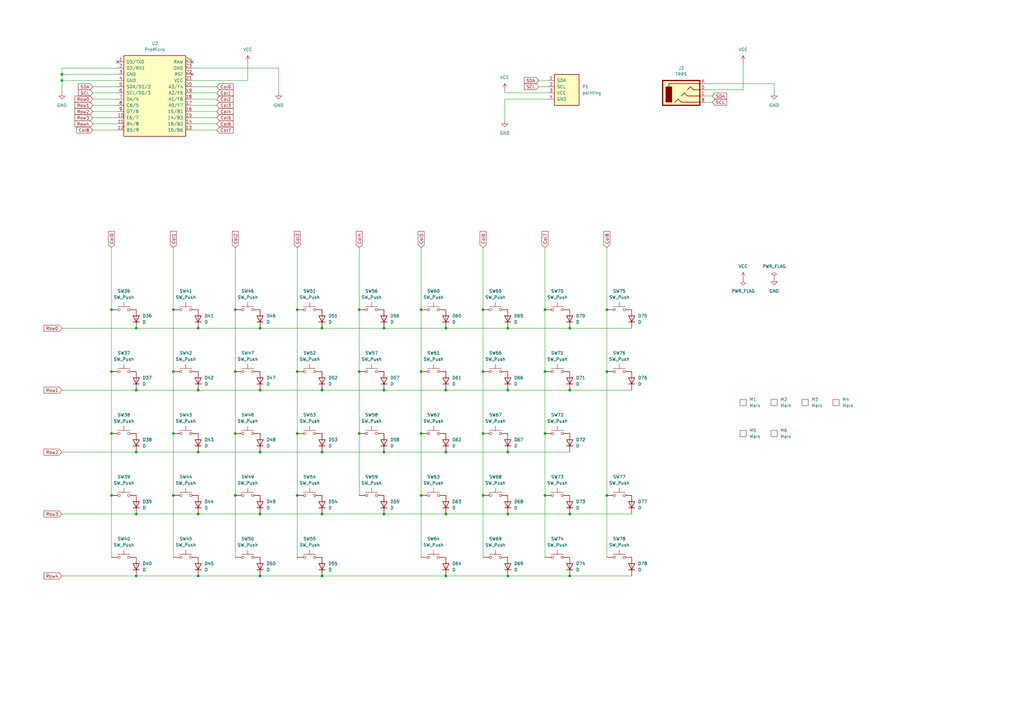
<source format=kicad_sch>
(kicad_sch (version 20231120) (generator "eeschema") (generator_version "8.0")
  (paper "A3")
  (lib_symbols
    (symbol "BrownSugar_KBD:Mark" (pin_numbers hide) (pin_names (offset 0) hide)
      (property "Reference" "M" (at 0 3.81 0))
      (property "Value" "Mark" (at 0 2.54 0))
      (symbol "Mark_0_1"
        (rectangle (start -1.27 1.27) (end 1.27 -1.27))
      )
    )
    (symbol "BrownSugar_KBD:OLED" (pin_names (offset 1.016))
      (property "Reference" "OL" (at 0 7.62 0))
      (property "Value" "OLED" (at 0 -7.62 0))
      (symbol "OLED_0_1"
        (rectangle (start -5.08 6.35) (end 5.08 -6.35) (stroke (width 0.254)) (fill (type background)))
      )
      (symbol "OLED_1_1"
        (pin bidirectional line (at -7.62 3.81 0) (length 2.54) (name "SDA") (number "1"))
        (pin bidirectional line (at -7.62 1.27 0) (length 2.54) (name "SCL") (number "2"))
        (pin power_in line (at -7.62 -1.27 0) (length 2.54) (name "VCC") (number "3"))
        (pin power_in line (at -7.62 -3.81 0) (length 2.54) (name "GND") (number "4"))
      )
    )
    (symbol "BrownSugar_KBD:ProMicro" (pin_names (offset 1.016))
      (property "Reference" "U" (at 0 17.78 0))
      (property "Value" "ProMicro" (at 0 -17.78 0))
      (symbol "ProMicro_0_1"
        (rectangle (start -12.7 16.51) (end 12.7 -16.51) (stroke (width 0.254)) (fill (type background)))
      )
      (symbol "ProMicro_1_1"
        (pin bidirectional line (at -15.24 13.97 0) (length 2.54) (name "D3/TX0") (number "1"))
        (pin bidirectional line (at -15.24 -8.89 0) (length 2.54) (name "E6/7") (number "10"))
        (pin bidirectional line (at -15.24 -11.43 0) (length 2.54) (name "B4/8") (number "11"))
        (pin bidirectional line (at -15.24 -13.97 0) (length 2.54) (name "B5/9") (number "12"))
        (pin bidirectional line (at 15.24 -13.97 180) (length 2.54) (name "10/B6") (number "13"))
        (pin bidirectional line (at 15.24 -11.43 180) (length 2.54) (name "16/B2") (number "14"))
        (pin bidirectional line (at 15.24 -8.89 180) (length 2.54) (name "14/B3") (number "15"))
        (pin bidirectional line (at 15.24 -6.35 180) (length 2.54) (name "15/B1") (number "16"))
        (pin bidirectional line (at 15.24 -3.81 180) (length 2.54) (name "A0/F7") (number "17"))
        (pin bidirectional line (at 15.24 -1.27 180) (length 2.54) (name "A1/F6") (number "18"))
        (pin bidirectional line (at 15.24 1.27 180) (length 2.54) (name "A2/F5") (number "19"))
        (pin bidirectional line (at -15.24 11.43 0) (length 2.54) (name "D2/RX1") (number "2"))
        (pin bidirectional line (at 15.24 3.81 180) (length 2.54) (name "A3/F4") (number "20"))
        (pin power_in line (at 15.24 6.35 180) (length 2.54) (name "VCC") (number "21"))
        (pin input line (at 15.24 8.89 180) (length 2.54) (name "RST") (number "22"))
        (pin power_in line (at 15.24 11.43 180) (length 2.54) (name "GND") (number "23"))
        (pin power_in line (at 15.24 13.97 180) (length 2.54) (name "RAW") (number "24"))
        (pin power_in line (at -15.24 8.89 0) (length 2.54) (name "GND") (number "3"))
        (pin power_in line (at -15.24 6.35 0) (length 2.54) (name "GND") (number "4"))
        (pin bidirectional line (at -15.24 3.81 0) (length 2.54) (name "SDA/D1/2") (number "5"))
        (pin bidirectional line (at -15.24 1.27 0) (length 2.54) (name "SCL/D0/3") (number "6"))
        (pin bidirectional line (at -15.24 -1.27 0) (length 2.54) (name "D4/4") (number "7"))
        (pin bidirectional line (at -15.24 -3.81 0) (length 2.54) (name "C6/5") (number "8"))
        (pin bidirectional line (at -15.24 -6.35 0) (length 2.54) (name "D7/6") (number "9"))
      )
    )
    (symbol "BrownSugar_KBD:TRRS" (pin_names (offset 1.016))
      (property "Reference" "J" (at 0 8.89 0))
      (property "Value" "TRRS" (at 0 6.35 0))
      (symbol "TRRS_0_1"
        (rectangle (start -7.62 5.08) (end 7.62 -5.08) (stroke (width 0.508)) (fill (type background)))
        (rectangle (start -6.35 2.54) (end -3.81 -3.81) (stroke (width 0.127)) (fill (type outline)))
        (polyline (pts (xy 7.62 3.81) (xy -5.08 3.81) (xy -5.08 2.54)) (stroke (width 0.254)))
        (polyline (pts (xy 7.62 -3.81) (xy 0 -3.81) (xy -1.27 -2.54) (xy -2.54 -3.81)) (stroke (width 0.254)))
        (polyline (pts (xy 7.62 -1.27) (xy 2.54 -1.27) (xy 1.27 0) (xy 0 -1.27)) (stroke (width 0.254)))
        (polyline (pts (xy 7.62 1.27) (xy 5.08 1.27) (xy 3.81 2.54) (xy 2.54 1.27)) (stroke (width 0.254)))
      )
      (symbol "TRRS_1_1"
        (pin bidirectional line (at 10.16 3.81 180) (length 2.54) (name "~") (number "A"))
        (pin bidirectional line (at 10.16 -3.81 180) (length 2.54) (name "~") (number "B"))
        (pin bidirectional line (at 10.16 -1.27 180) (length 2.54) (name "~") (number "C"))
        (pin bidirectional line (at 10.16 1.27 180) (length 2.54) (name "~") (number "D"))
      )
    )
    (symbol "Device:D" (pin_numbers hide) (pin_names (offset 1.016) hide)
      (property "Reference" "D" (at 0 2.54 0))
      (property "Value" "D" (at 0 -2.54 0))
      (symbol "D_0_1"
        (polyline (pts (xy -1.27 1.27) (xy -1.27 -1.27)) (stroke (width 0.254)))
        (polyline (pts (xy 1.27 0) (xy -1.27 0)))
        (polyline (pts (xy 1.27 1.27) (xy 1.27 -1.27) (xy -1.27 0) (xy 1.27 1.27)) (stroke (width 0.254)))
      )
      (symbol "D_1_1"
        (pin passive line (at -3.81 0 0) (length 2.54) (name "K") (number "1"))
        (pin passive line (at 3.81 0 180) (length 2.54) (name "A") (number "2"))
      )
    )
    (symbol "Switch:SW_Push" (pin_numbers hide) (pin_names (offset 1.016) hide)
      (property "Reference" "SW" (at 1.27 2.54 0))
      (property "Value" "SW_Push" (at 0 -1.524 0))
      (symbol "SW_Push_0_1"
        (circle (center -2.032 0) (radius 0.508))
        (polyline (pts (xy 0 1.27) (xy 0 3.048)))
        (polyline (pts (xy 2.54 1.27) (xy -2.54 1.27)))
        (circle (center 2.032 0) (radius 0.508))
        (pin passive line (at -5.08 0 0) (length 2.54) (name "1") (number "1"))
        (pin passive line (at 5.08 0 180) (length 2.54) (name "2") (number "2"))
      )
    )
    (symbol "power:GND" (power) (pin_numbers hide) (pin_names (offset 0) hide)
      (property "Value" "GND" (at 0 -3.81 0))
      (symbol "GND_0_1"
        (polyline (pts (xy 0 0) (xy 0 -1.27) (xy 1.27 -1.27) (xy 0 -2.54) (xy -1.27 -1.27) (xy 0 -1.27)))
      )
      (symbol "GND_1_1"
        (pin power_in line (at 0 0 270) (length 0) (name "~") (number "1"))
      )
    )
    (symbol "power:PWR_FLAG" (power) (pin_numbers hide) (pin_names (offset 0) hide)
      (property "Value" "PWR_FLAG" (at 0 3.81 0))
      (symbol "PWR_FLAG_0_0"
        (pin power_out line (at 0 0 90) (length 0) (name "~") (number "1"))
      )
      (symbol "PWR_FLAG_0_1"
        (polyline (pts (xy 0 0) (xy 0 1.27) (xy -1.016 1.905) (xy 0 2.54) (xy 1.016 1.905) (xy 0 1.27)))
      )
    )
    (symbol "power:VCC" (power) (pin_numbers hide) (pin_names (offset 0) hide)
      (property "Value" "VCC" (at 0 3.556 0))
      (symbol "VCC_0_1"
        (polyline (pts (xy -0.762 1.27) (xy 0 2.54)))
        (polyline (pts (xy 0 0) (xy 0 2.54)))
        (polyline (pts (xy 0 2.54) (xy 0.762 1.27)))
      )
      (symbol "VCC_1_1"
        (pin power_in line (at 0 0 90) (length 0) (name "~") (number "1"))
      )
    )
  )
  (junction (at 172.72 127))
  (junction (at 132.08 210.82))
  (junction (at 71.12 203.2))
  (junction (at 132.08 236.22))
  (junction (at 121.92 127))
  (junction (at 172.72 152.4))
  (junction (at 55.88 160.02))
  (junction (at 25.4 30.48))
  (junction (at 157.48 185.42))
  (junction (at 55.88 236.22))
  (junction (at 182.88 160.02))
  (junction (at 106.68 134.62))
  (junction (at 157.48 134.62))
  (junction (at 248.92 152.4))
  (junction (at 96.52 127))
  (junction (at 223.52 127))
  (junction (at 96.52 177.8))
  (junction (at 55.88 185.42))
  (junction (at 223.52 152.4))
  (junction (at 182.88 236.22))
  (junction (at 248.92 203.2))
  (junction (at 71.12 152.4))
  (junction (at 81.28 160.02))
  (junction (at 208.28 210.82))
  (junction (at 121.92 203.2))
  (junction (at 182.88 185.42))
  (junction (at 198.12 152.4))
  (junction (at 208.28 185.42))
  (junction (at 223.52 203.2))
  (junction (at 106.68 210.82))
  (junction (at 208.28 160.02))
  (junction (at 248.92 127))
  (junction (at 81.28 210.82))
  (junction (at 121.92 152.4))
  (junction (at 106.68 160.02))
  (junction (at 208.28 236.22))
  (junction (at 147.32 152.4))
  (junction (at 198.12 203.2))
  (junction (at 132.08 185.42))
  (junction (at 223.52 177.8))
  (junction (at 182.88 210.82))
  (junction (at 71.12 177.8))
  (junction (at 71.12 127))
  (junction (at 55.88 210.82))
  (junction (at 233.68 134.62))
  (junction (at 81.28 185.42))
  (junction (at 198.12 177.8))
  (junction (at 132.08 134.62))
  (junction (at 147.32 177.8))
  (junction (at 172.72 177.8))
  (junction (at 81.28 236.22))
  (junction (at 132.08 160.02))
  (junction (at 96.52 203.2))
  (junction (at 157.48 210.82))
  (junction (at 233.68 236.22))
  (junction (at 182.88 134.62))
  (junction (at 45.72 152.4))
  (junction (at 172.72 203.2))
  (junction (at 96.52 152.4))
  (junction (at 106.68 185.42))
  (junction (at 233.68 210.82))
  (junction (at 25.4 33.02))
  (junction (at 45.72 127))
  (junction (at 147.32 127))
  (junction (at 45.72 177.8))
  (junction (at 81.28 134.62))
  (junction (at 208.28 134.62))
  (junction (at 106.68 236.22))
  (junction (at 198.12 127))
  (junction (at 55.88 134.62))
  (junction (at 157.48 160.02))
  (junction (at 121.92 177.8))
  (junction (at 45.72 203.2))
  (junction (at 233.68 160.02))
  (no_connect (at 48.26 25.4))
  (no_connect (at 78.74 30.48))
  (no_connect (at 78.74 25.4))
  (wire (pts (xy 45.72 101.6) (xy 45.72 127)))
  (wire (pts (xy 208.28 185.42) (xy 233.68 185.42)))
  (wire (pts (xy 25.4 210.82) (xy 55.88 210.82)))
  (wire (pts (xy 248.92 203.2) (xy 248.92 228.6)))
  (wire (pts (xy 38.1 38.1) (xy 48.26 38.1)))
  (wire (pts (xy 208.28 134.62) (xy 233.68 134.62)))
  (wire (pts (xy 198.12 203.2) (xy 198.12 228.6)))
  (wire (pts (xy 38.1 53.34) (xy 48.26 53.34)))
  (wire (pts (xy 25.4 160.02) (xy 55.88 160.02)))
  (wire (pts (xy 38.1 35.56) (xy 48.26 35.56)))
  (wire (pts (xy 101.6 33.02) (xy 101.6 25.4)))
  (wire (pts (xy 147.32 101.6) (xy 147.32 127)))
  (wire (pts (xy 78.74 38.1) (xy 88.9 38.1)))
  (wire (pts (xy 223.52 177.8) (xy 223.52 203.2)))
  (wire (pts (xy 289.56 36.83) (xy 304.8 36.83)))
  (wire (pts (xy 38.1 43.18) (xy 48.26 43.18)))
  (wire (pts (xy 182.88 134.62) (xy 208.28 134.62)))
  (wire (pts (xy 233.68 134.62) (xy 259.08 134.62)))
  (wire (pts (xy 96.52 203.2) (xy 96.52 228.6)))
  (wire (pts (xy 223.52 127) (xy 223.52 152.4)))
  (wire (pts (xy 207.01 40.64) (xy 224.79 40.64)))
  (wire (pts (xy 48.26 30.48) (xy 25.4 30.48)))
  (wire (pts (xy 121.92 127) (xy 121.92 152.4)))
  (wire (pts (xy 121.92 152.4) (xy 121.92 177.8)))
  (wire (pts (xy 207.01 38.1) (xy 224.79 38.1)))
  (wire (pts (xy 96.52 177.8) (xy 96.52 203.2)))
  (wire (pts (xy 71.12 101.6) (xy 71.12 127)))
  (wire (pts (xy 81.28 236.22) (xy 106.68 236.22)))
  (wire (pts (xy 198.12 152.4) (xy 198.12 177.8)))
  (wire (pts (xy 38.1 48.26) (xy 48.26 48.26)))
  (wire (pts (xy 78.74 50.8) (xy 88.9 50.8)))
  (wire (pts (xy 172.72 127) (xy 172.72 152.4)))
  (wire (pts (xy 25.4 185.42) (xy 55.88 185.42)))
  (wire (pts (xy 38.1 40.64) (xy 48.26 40.64)))
  (wire (pts (xy 78.74 48.26) (xy 88.9 48.26)))
  (wire (pts (xy 25.4 27.94) (xy 48.26 27.94)))
  (wire (pts (xy 289.56 34.29) (xy 317.5 34.29)))
  (wire (pts (xy 55.88 236.22) (xy 81.28 236.22)))
  (wire (pts (xy 71.12 203.2) (xy 71.12 228.6)))
  (wire (pts (xy 157.48 134.62) (xy 182.88 134.62)))
  (wire (pts (xy 114.3 27.94) (xy 114.3 38.1)))
  (wire (pts (xy 55.88 210.82) (xy 81.28 210.82)))
  (wire (pts (xy 38.1 45.72) (xy 48.26 45.72)))
  (wire (pts (xy 248.92 101.6) (xy 248.92 127)))
  (wire (pts (xy 96.52 152.4) (xy 96.52 177.8)))
  (wire (pts (xy 106.68 236.22) (xy 132.08 236.22)))
  (wire (pts (xy 45.72 127) (xy 45.72 152.4)))
  (wire (pts (xy 81.28 134.62) (xy 106.68 134.62)))
  (wire (pts (xy 157.48 160.02) (xy 182.88 160.02)))
  (wire (pts (xy 71.12 152.4) (xy 71.12 177.8)))
  (wire (pts (xy 45.72 203.2) (xy 45.72 228.6)))
  (wire (pts (xy 172.72 203.2) (xy 172.72 228.6)))
  (wire (pts (xy 198.12 101.6) (xy 198.12 127)))
  (wire (pts (xy 207.01 36.83) (xy 207.01 38.1)))
  (wire (pts (xy 55.88 185.42) (xy 81.28 185.42)))
  (wire (pts (xy 106.68 160.02) (xy 132.08 160.02)))
  (wire (pts (xy 208.28 160.02) (xy 233.68 160.02)))
  (wire (pts (xy 248.92 127) (xy 248.92 152.4)))
  (wire (pts (xy 48.26 33.02) (xy 25.4 33.02)))
  (wire (pts (xy 25.4 134.62) (xy 55.88 134.62)))
  (wire (pts (xy 78.74 35.56) (xy 88.9 35.56)))
  (wire (pts (xy 71.12 177.8) (xy 71.12 203.2)))
  (wire (pts (xy 147.32 127) (xy 147.32 152.4)))
  (wire (pts (xy 223.52 152.4) (xy 223.52 177.8)))
  (wire (pts (xy 78.74 53.34) (xy 88.9 53.34)))
  (wire (pts (xy 182.88 160.02) (xy 208.28 160.02)))
  (wire (pts (xy 157.48 185.42) (xy 182.88 185.42)))
  (wire (pts (xy 248.92 152.4) (xy 248.92 203.2)))
  (wire (pts (xy 304.8 36.83) (xy 304.8 25.4)))
  (wire (pts (xy 55.88 160.02) (xy 81.28 160.02)))
  (wire (pts (xy 78.74 40.64) (xy 88.9 40.64)))
  (wire (pts (xy 132.08 160.02) (xy 157.48 160.02)))
  (wire (pts (xy 38.1 50.8) (xy 48.26 50.8)))
  (wire (pts (xy 208.28 236.22) (xy 233.68 236.22)))
  (wire (pts (xy 182.88 185.42) (xy 208.28 185.42)))
  (wire (pts (xy 207.01 40.64) (xy 207.01 49.53)))
  (wire (pts (xy 317.5 34.29) (xy 317.5 38.1)))
  (wire (pts (xy 220.98 33.02) (xy 224.79 33.02)))
  (wire (pts (xy 233.68 160.02) (xy 259.08 160.02)))
  (wire (pts (xy 121.92 203.2) (xy 121.92 228.6)))
  (wire (pts (xy 182.88 236.22) (xy 208.28 236.22)))
  (wire (pts (xy 121.92 177.8) (xy 121.92 203.2)))
  (wire (pts (xy 233.68 236.22) (xy 259.08 236.22)))
  (wire (pts (xy 172.72 152.4) (xy 172.72 177.8)))
  (wire (pts (xy 81.28 185.42) (xy 106.68 185.42)))
  (wire (pts (xy 45.72 177.8) (xy 45.72 203.2)))
  (wire (pts (xy 132.08 185.42) (xy 157.48 185.42)))
  (wire (pts (xy 55.88 134.62) (xy 81.28 134.62)))
  (wire (pts (xy 25.4 33.02) (xy 25.4 38.1)))
  (wire (pts (xy 172.72 177.8) (xy 172.72 203.2)))
  (wire (pts (xy 223.52 203.2) (xy 223.52 228.6)))
  (wire (pts (xy 121.92 101.6) (xy 121.92 127)))
  (wire (pts (xy 208.28 210.82) (xy 233.68 210.82)))
  (wire (pts (xy 78.74 43.18) (xy 88.9 43.18)))
  (wire (pts (xy 106.68 134.62) (xy 132.08 134.62)))
  (wire (pts (xy 96.52 101.6) (xy 96.52 127)))
  (wire (pts (xy 132.08 134.62) (xy 157.48 134.62)))
  (wire (pts (xy 114.3 27.94) (xy 78.74 27.94)))
  (wire (pts (xy 106.68 210.82) (xy 132.08 210.82)))
  (wire (pts (xy 96.52 127) (xy 96.52 152.4)))
  (wire (pts (xy 45.72 152.4) (xy 45.72 177.8)))
  (wire (pts (xy 25.4 30.48) (xy 25.4 33.02)))
  (wire (pts (xy 220.98 35.56) (xy 224.79 35.56)))
  (wire (pts (xy 182.88 210.82) (xy 208.28 210.82)))
  (wire (pts (xy 78.74 33.02) (xy 101.6 33.02)))
  (wire (pts (xy 106.68 185.42) (xy 132.08 185.42)))
  (wire (pts (xy 289.56 39.37) (xy 292.1 39.37)))
  (wire (pts (xy 157.48 210.82) (xy 182.88 210.82)))
  (wire (pts (xy 81.28 160.02) (xy 106.68 160.02)))
  (wire (pts (xy 25.4 27.94) (xy 25.4 30.48)))
  (wire (pts (xy 198.12 177.8) (xy 198.12 203.2)))
  (wire (pts (xy 71.12 127) (xy 71.12 152.4)))
  (wire (pts (xy 132.08 236.22) (xy 182.88 236.22)))
  (wire (pts (xy 25.4 236.22) (xy 55.88 236.22)))
  (wire (pts (xy 81.28 210.82) (xy 106.68 210.82)))
  (wire (pts (xy 233.68 210.82) (xy 259.08 210.82)))
  (wire (pts (xy 289.56 41.91) (xy 292.1 41.91)))
  (wire (pts (xy 198.12 127) (xy 198.12 152.4)))
  (wire (pts (xy 172.72 101.6) (xy 172.72 127)))
  (wire (pts (xy 78.74 45.72) (xy 88.9 45.72)))
  (wire (pts (xy 147.32 177.8) (xy 147.32 203.2)))
  (wire (pts (xy 132.08 210.82) (xy 157.48 210.82)))
  (wire (pts (xy 223.52 101.6) (xy 223.52 127)))
  (wire (pts (xy 147.32 152.4) (xy 147.32 177.8)))
  (global_label "Col7" (shape input) (at 88.9 53.34 0) (property "Intersheetrefs" "${INTERSHEET_REFS}" (effects (hide yes))))
  (global_label "Col6" (shape input) (at 88.9 50.8 0) (property "Intersheetrefs" "${INTERSHEET_REFS}" (effects (hide yes))))
  (global_label "Row0" (shape input) (at 25.4 134.62 180) (property "Intersheetrefs" "${INTERSHEET_REFS}" (effects (hide yes))))
  (global_label "Row2" (shape input) (at 25.4 185.42 180) (property "Intersheetrefs" "${INTERSHEET_REFS}" (effects (hide yes))))
  (global_label "Row0" (shape input) (at 38.1 40.64 180) (property "Intersheetrefs" "${INTERSHEET_REFS}" (effects (hide yes))))
  (global_label "Col3" (shape input) (at 121.92 101.6 90) (property "Intersheetrefs" "${INTERSHEET_REFS}" (effects (hide yes))))
  (global_label "Col8" (shape input) (at 248.92 101.6 90) (property "Intersheetrefs" "${INTERSHEET_REFS}" (effects (hide yes))))
  (global_label "Col7" (shape input) (at 223.52 101.6 90) (property "Intersheetrefs" "${INTERSHEET_REFS}" (effects (hide yes))))
  (global_label "Col5" (shape input) (at 88.9 48.26 0) (property "Intersheetrefs" "${INTERSHEET_REFS}" (effects (hide yes))))
  (global_label "Row3" (shape input) (at 38.1 48.26 180) (property "Intersheetrefs" "${INTERSHEET_REFS}" (effects (hide yes))))
  (global_label "SCL" (shape input) (at 220.98 35.56 180) (property "Intersheetrefs" "${INTERSHEET_REFS}" (effects (hide yes))))
  (global_label "Col4" (shape input) (at 147.32 101.6 90) (property "Intersheetrefs" "${INTERSHEET_REFS}" (effects (hide yes))))
  (global_label "Col0" (shape input) (at 88.9 35.56 0) (property "Intersheetrefs" "${INTERSHEET_REFS}" (effects (hide yes))))
  (global_label "SCL" (shape input) (at 292.1 41.91 0) (property "Intersheetrefs" "${INTERSHEET_REFS}" (effects (hide yes))))
  (global_label "Col1" (shape input) (at 88.9 38.1 0) (property "Intersheetrefs" "${INTERSHEET_REFS}" (effects (hide yes))))
  (global_label "Col3" (shape input) (at 88.9 43.18 0) (property "Intersheetrefs" "${INTERSHEET_REFS}" (effects (hide yes))))
  (global_label "Row4" (shape input) (at 38.1 50.8 180) (property "Intersheetrefs" "${INTERSHEET_REFS}" (effects (hide yes))))
  (global_label "Col5" (shape input) (at 172.72 101.6 90) (property "Intersheetrefs" "${INTERSHEET_REFS}" (effects (hide yes))))
  (global_label "Row4" (shape input) (at 25.4 236.22 180) (property "Intersheetrefs" "${INTERSHEET_REFS}" (effects (hide yes))))
  (global_label "Col0" (shape input) (at 45.72 101.6 90) (property "Intersheetrefs" "${INTERSHEET_REFS}" (effects (hide yes))))
  (global_label "SDA" (shape input) (at 220.98 33.02 180) (property "Intersheetrefs" "${INTERSHEET_REFS}" (effects (hide yes))))
  (global_label "Row1" (shape input) (at 25.4 160.02 180) (property "Intersheetrefs" "${INTERSHEET_REFS}" (effects (hide yes))))
  (global_label "Col1" (shape input) (at 71.12 101.6 90) (property "Intersheetrefs" "${INTERSHEET_REFS}" (effects (hide yes))))
  (global_label "Row3" (shape input) (at 25.4 210.82 180) (property "Intersheetrefs" "${INTERSHEET_REFS}" (effects (hide yes))))
  (global_label "Col2" (shape input) (at 96.52 101.6 90) (property "Intersheetrefs" "${INTERSHEET_REFS}" (effects (hide yes))))
  (global_label "Row2" (shape input) (at 38.1 45.72 180) (property "Intersheetrefs" "${INTERSHEET_REFS}" (effects (hide yes))))
  (global_label "SCL" (shape input) (at 38.1 38.1 180) (property "Intersheetrefs" "${INTERSHEET_REFS}" (effects (hide yes))))
  (global_label "Col8" (shape input) (at 38.1 53.34 180) (property "Intersheetrefs" "${INTERSHEET_REFS}" (effects (hide yes))))
  (global_label "SDA" (shape input) (at 292.1 39.37 0) (property "Intersheetrefs" "${INTERSHEET_REFS}" (effects (hide yes))))
  (global_label "Row1" (shape input) (at 38.1 43.18 180) (property "Intersheetrefs" "${INTERSHEET_REFS}" (effects (hide yes))))
  (global_label "Col4" (shape input) (at 88.9 45.72 0) (property "Intersheetrefs" "${INTERSHEET_REFS}" (effects (hide yes))))
  (global_label "SDA" (shape input) (at 38.1 35.56 180) (property "Intersheetrefs" "${INTERSHEET_REFS}" (effects (hide yes))))
  (global_label "Col6" (shape input) (at 198.12 101.6 90) (property "Intersheetrefs" "${INTERSHEET_REFS}" (effects (hide yes))))
  (global_label "Col2" (shape input) (at 88.9 40.64 0) (property "Intersheetrefs" "${INTERSHEET_REFS}" (effects (hide yes))))
  (symbol (lib_id "Device:D") (at 106.68 156.21 90) (unit 1)
    (property "Reference" "D47" (at 109.22 154.9399 90) (effects (justify right)))
    (property "Value" "D" (at 109.22 157.4799 90) (effects (justify right)))
    (property "Footprint" "kbd_Parts:Diode_TH_SMD" (effects (hide yes)))
    (property "Description" "Diode" (effects (hide yes)))
    (property "Sim.Device" "D" (effects (hide yes)))
    (property "Sim.Pins" "1=K 2=A" (effects (hide yes)))
  )
  (symbol (lib_id "Switch:SW_Push") (at 254 203.2 0) (mirror y) (unit 1)
    (property "Reference" "SW77" (at 254 195.58 0))
    (property "Value" "SW_Push" (at 254 198.12 0))
    (property "Footprint" "kbd_SW:Choc_Hotswap_1u" (effects (hide yes)))
    (property "Description" "Push button switch, generic, two pins" (effects (hide yes)))
  )
  (symbol (lib_id "Device:D") (at 182.88 156.21 90) (unit 1)
    (property "Reference" "D61" (at 185.42 154.9399 90) (effects (justify right)))
    (property "Value" "D" (at 185.42 157.4799 90) (effects (justify right)))
    (property "Footprint" "kbd_Parts:Diode_TH_SMD" (effects (hide yes)))
    (property "Description" "Diode" (effects (hide yes)))
    (property "Sim.Device" "D" (effects (hide yes)))
    (property "Sim.Pins" "1=K 2=A" (effects (hide yes)))
  )
  (symbol (lib_id "Device:D") (at 106.68 232.41 90) (unit 1)
    (property "Reference" "D50" (at 109.22 231.1399 90) (effects (justify right)))
    (property "Value" "D" (at 109.22 233.6799 90) (effects (justify right)))
    (property "Footprint" "kbd_Parts:Diode_TH_SMD" (effects (hide yes)))
    (property "Description" "Diode" (effects (hide yes)))
    (property "Sim.Device" "D" (effects (hide yes)))
    (property "Sim.Pins" "1=K 2=A" (effects (hide yes)))
  )
  (symbol (lib_id "Switch:SW_Push") (at 127 203.2 0) (mirror y) (unit 1)
    (property "Reference" "SW54" (at 127 195.58 0))
    (property "Value" "SW_Push" (at 127 198.12 0))
    (property "Footprint" "kbd_SW:Choc_Hotswap_1u" (effects (hide yes)))
    (property "Description" "Push button switch, generic, two pins" (effects (hide yes)))
  )
  (symbol (lib_id "Device:D") (at 233.68 130.81 90) (unit 1)
    (property "Reference" "D70" (at 236.22 129.5399 90) (effects (justify right)))
    (property "Value" "D" (at 236.22 132.0799 90) (effects (justify right)))
    (property "Footprint" "kbd_Parts:Diode_TH_SMD" (effects (hide yes)))
    (property "Description" "Diode" (effects (hide yes)))
    (property "Sim.Device" "D" (effects (hide yes)))
    (property "Sim.Pins" "1=K 2=A" (effects (hide yes)))
  )
  (symbol (lib_id "Switch:SW_Push") (at 76.2 228.6 0) (mirror y) (unit 1)
    (property "Reference" "SW45" (at 76.2 220.98 0))
    (property "Value" "SW_Push" (at 76.2 223.52 0))
    (property "Footprint" "kbd_SW:Choc_Hotswap_1u" (effects (hide yes)))
    (property "Description" "Push button switch, generic, two pins" (effects (hide yes)))
  )
  (symbol (lib_id "Device:D") (at 259.08 130.81 90) (unit 1)
    (property "Reference" "D75" (at 261.62 129.5399 90) (effects (justify right)))
    (property "Value" "D" (at 261.62 132.0799 90) (effects (justify right)))
    (property "Footprint" "kbd_Parts:Diode_TH_SMD" (effects (hide yes)))
    (property "Description" "Diode" (effects (hide yes)))
    (property "Sim.Device" "D" (effects (hide yes)))
    (property "Sim.Pins" "1=K 2=A" (effects (hide yes)))
  )
  (symbol (lib_id "Switch:SW_Push") (at 101.6 177.8 0) (mirror y) (unit 1)
    (property "Reference" "SW48" (at 101.6 170.18 0))
    (property "Value" "SW_Push" (at 101.6 172.72 0))
    (property "Footprint" "kbd_SW:Choc_Hotswap_1u" (effects (hide yes)))
    (property "Description" "Push button switch, generic, two pins" (effects (hide yes)))
  )
  (symbol (lib_id "power:PWR_FLAG") (at 317.5 114.3 0) (unit 1)
    (property "Reference" "#FLG03" (effects (hide yes)))
    (property "Value" "PWR_FLAG" (at 317.5 109.22 0))
    (property "Description" "Special symbol for telling ERC where power comes from" (effects (hide yes)))
  )
  (symbol (lib_id "Device:D") (at 132.08 232.41 90) (unit 1)
    (property "Reference" "D55" (at 134.62 231.1399 90) (effects (justify right)))
    (property "Value" "D" (at 134.62 233.6799 90) (effects (justify right)))
    (property "Footprint" "kbd_Parts:Diode_TH_SMD" (effects (hide yes)))
    (property "Description" "Diode" (effects (hide yes)))
    (property "Sim.Device" "D" (effects (hide yes)))
    (property "Sim.Pins" "1=K 2=A" (effects (hide yes)))
  )
  (symbol (lib_id "Device:D") (at 208.28 207.01 90) (unit 1)
    (property "Reference" "D68" (at 210.82 205.7399 90) (effects (justify right)))
    (property "Value" "D" (at 210.82 208.2799 90) (effects (justify right)))
    (property "Footprint" "kbd_Parts:Diode_TH_SMD" (effects (hide yes)))
    (property "Description" "Diode" (effects (hide yes)))
    (property "Sim.Device" "D" (effects (hide yes)))
    (property "Sim.Pins" "1=K 2=A" (effects (hide yes)))
  )
  (symbol (lib_id "Switch:SW_Push") (at 101.6 152.4 0) (mirror y) (unit 1)
    (property "Reference" "SW47" (at 101.6 144.78 0))
    (property "Value" "SW_Push" (at 101.6 147.32 0))
    (property "Footprint" "kbd_SW:Choc_Hotswap_1u" (effects (hide yes)))
    (property "Description" "Push button switch, generic, two pins" (effects (hide yes)))
  )
  (symbol (lib_id "Device:D") (at 132.08 207.01 90) (unit 1)
    (property "Reference" "D54" (at 134.62 205.7399 90) (effects (justify right)))
    (property "Value" "D" (at 134.62 208.2799 90) (effects (justify right)))
    (property "Footprint" "kbd_Parts:Diode_TH_SMD" (effects (hide yes)))
    (property "Description" "Diode" (effects (hide yes)))
    (property "Sim.Device" "D" (effects (hide yes)))
    (property "Sim.Pins" "1=K 2=A" (effects (hide yes)))
  )
  (symbol (lib_id "Switch:SW_Push") (at 228.6 177.8 0) (mirror y) (unit 1)
    (property "Reference" "SW72" (at 228.6 170.18 0))
    (property "Value" "SW_Push" (at 228.6 172.72 0))
    (property "Footprint" "kbd_SW:Choc_Hotswap_2u_Stab" (effects (hide yes)))
    (property "Description" "Push button switch, generic, two pins" (effects (hide yes)))
  )
  (symbol (lib_id "Device:D") (at 233.68 156.21 90) (unit 1)
    (property "Reference" "D71" (at 236.22 154.9399 90) (effects (justify right)))
    (property "Value" "D" (at 236.22 157.4799 90) (effects (justify right)))
    (property "Footprint" "kbd_Parts:Diode_TH_SMD" (effects (hide yes)))
    (property "Description" "Diode" (effects (hide yes)))
    (property "Sim.Device" "D" (effects (hide yes)))
    (property "Sim.Pins" "1=K 2=A" (effects (hide yes)))
  )
  (symbol (lib_id "Device:D") (at 233.68 232.41 90) (unit 1)
    (property "Reference" "D74" (at 236.22 231.1399 90) (effects (justify right)))
    (property "Value" "D" (at 236.22 233.6799 90) (effects (justify right)))
    (property "Footprint" "kbd_Parts:Diode_TH_SMD" (effects (hide yes)))
    (property "Description" "Diode" (effects (hide yes)))
    (property "Sim.Device" "D" (effects (hide yes)))
    (property "Sim.Pins" "1=K 2=A" (effects (hide yes)))
  )
  (symbol (lib_id "Device:D") (at 157.48 156.21 90) (unit 1)
    (property "Reference" "D57" (at 160.02 154.9399 90) (effects (justify right)))
    (property "Value" "D" (at 160.02 157.4799 90) (effects (justify right)))
    (property "Footprint" "kbd_Parts:Diode_TH_SMD" (effects (hide yes)))
    (property "Description" "Diode" (effects (hide yes)))
    (property "Sim.Device" "D" (effects (hide yes)))
    (property "Sim.Pins" "1=K 2=A" (effects (hide yes)))
  )
  (symbol (lib_id "Switch:SW_Push") (at 203.2 152.4 0) (mirror y) (unit 1)
    (property "Reference" "SW66" (at 203.2 144.78 0))
    (property "Value" "SW_Push" (at 203.2 147.32 0))
    (property "Footprint" "kbd_SW:Choc_Hotswap_1u" (effects (hide yes)))
    (property "Description" "Push button switch, generic, two pins" (effects (hide yes)))
  )
  (symbol (lib_id "Switch:SW_Push") (at 203.2 177.8 0) (mirror y) (unit 1)
    (property "Reference" "SW67" (at 203.2 170.18 0))
    (property "Value" "SW_Push" (at 203.2 172.72 0))
    (property "Footprint" "kbd_SW:Choc_Hotswap_1u" (effects (hide yes)))
    (property "Description" "Push button switch, generic, two pins" (effects (hide yes)))
  )
  (symbol (lib_id "Switch:SW_Push") (at 177.8 177.8 0) (mirror y) (unit 1)
    (property "Reference" "SW62" (at 177.8 170.18 0))
    (property "Value" "SW_Push" (at 177.8 172.72 0))
    (property "Footprint" "kbd_SW:Choc_Hotswap_1u" (effects (hide yes)))
    (property "Description" "Push button switch, generic, two pins" (effects (hide yes)))
  )
  (symbol (lib_id "Device:D") (at 106.68 207.01 90) (unit 1)
    (property "Reference" "D49" (at 109.22 205.7399 90) (effects (justify right)))
    (property "Value" "D" (at 109.22 208.2799 90) (effects (justify right)))
    (property "Footprint" "kbd_Parts:Diode_TH_SMD" (effects (hide yes)))
    (property "Description" "Diode" (effects (hide yes)))
    (property "Sim.Device" "D" (effects (hide yes)))
    (property "Sim.Pins" "1=K 2=A" (effects (hide yes)))
  )
  (symbol (lib_id "Device:D") (at 132.08 130.81 90) (unit 1)
    (property "Reference" "D51" (at 134.62 129.5399 90) (effects (justify right)))
    (property "Value" "D" (at 134.62 132.0799 90) (effects (justify right)))
    (property "Footprint" "kbd_Parts:Diode_TH_SMD" (effects (hide yes)))
    (property "Description" "Diode" (effects (hide yes)))
    (property "Sim.Device" "D" (effects (hide yes)))
    (property "Sim.Pins" "1=K 2=A" (effects (hide yes)))
  )
  (symbol (lib_id "Device:D") (at 182.88 130.81 90) (unit 1)
    (property "Reference" "D60" (at 185.42 129.5399 90) (effects (justify right)))
    (property "Value" "D" (at 185.42 132.0799 90) (effects (justify right)))
    (property "Footprint" "kbd_Parts:Diode_TH_SMD" (effects (hide yes)))
    (property "Description" "Diode" (effects (hide yes)))
    (property "Sim.Device" "D" (effects (hide yes)))
    (property "Sim.Pins" "1=K 2=A" (effects (hide yes)))
  )
  (symbol (lib_id "Switch:SW_Push") (at 76.2 152.4 0) (mirror y) (unit 1)
    (property "Reference" "SW42" (at 76.2 144.78 0))
    (property "Value" "SW_Push" (at 76.2 147.32 0))
    (property "Footprint" "kbd_SW:Choc_Hotswap_1u" (effects (hide yes)))
    (property "Description" "Push button switch, generic, two pins" (effects (hide yes)))
  )
  (symbol (lib_id "Device:D") (at 132.08 156.21 90) (unit 1)
    (property "Reference" "D52" (at 134.62 154.9399 90) (effects (justify right)))
    (property "Value" "D" (at 134.62 157.4799 90) (effects (justify right)))
    (property "Footprint" "kbd_Parts:Diode_TH_SMD" (effects (hide yes)))
    (property "Description" "Diode" (effects (hide yes)))
    (property "Sim.Device" "D" (effects (hide yes)))
    (property "Sim.Pins" "1=K 2=A" (effects (hide yes)))
  )
  (symbol (lib_id "Device:D") (at 55.88 156.21 90) (unit 1)
    (property "Reference" "D37" (at 58.42 154.9399 90) (effects (justify right)))
    (property "Value" "D" (at 58.42 157.4799 90) (effects (justify right)))
    (property "Footprint" "kbd_Parts:Diode_TH_SMD" (effects (hide yes)))
    (property "Description" "Diode" (effects (hide yes)))
    (property "Sim.Device" "D" (effects (hide yes)))
    (property "Sim.Pins" "1=K 2=A" (effects (hide yes)))
  )
  (symbol (lib_id "Device:D") (at 259.08 207.01 90) (unit 1)
    (property "Reference" "D77" (at 261.62 205.7399 90) (effects (justify right)))
    (property "Value" "D" (at 261.62 208.2799 90) (effects (justify right)))
    (property "Footprint" "kbd_Parts:Diode_TH_SMD" (effects (hide yes)))
    (property "Description" "Diode" (effects (hide yes)))
    (property "Sim.Device" "D" (effects (hide yes)))
    (property "Sim.Pins" "1=K 2=A" (effects (hide yes)))
  )
  (symbol (lib_id "Switch:SW_Push") (at 50.8 203.2 0) (mirror y) (unit 1)
    (property "Reference" "SW39" (at 50.8 195.58 0))
    (property "Value" "SW_Push" (at 50.8 198.12 0))
    (property "Footprint" "kbd_SW:Choc_Hotswap_1u" (effects (hide yes)))
    (property "Description" "Push button switch, generic, two pins" (effects (hide yes)))
  )
  (symbol (lib_id "Switch:SW_Push") (at 177.8 228.6 0) (mirror y) (unit 1)
    (property "Reference" "SW64" (at 177.8 220.98 0))
    (property "Value" "SW_Push" (at 177.8 223.52 0))
    (property "Footprint" "kbd_SW:Choc_Hotswap_1u" (effects (hide yes)))
    (property "Description" "Push button switch, generic, two pins" (effects (hide yes)))
  )
  (symbol (lib_id "BrownSugar_KBD:Mark") (at 317.5 177.8 0) (unit 1)
    (property "Reference" "M6" (at 320.04 176.5299 0) (effects (justify left)))
    (property "Value" "Mark" (at 320.04 179.0699 0) (effects (justify left)))
    (property "Footprint" "kbd_Hole:m2_Screw_Hole" (effects (hide yes)))
  )
  (symbol (lib_id "Device:D") (at 55.88 232.41 90) (unit 1)
    (property "Reference" "D40" (at 58.42 231.1399 90) (effects (justify right)))
    (property "Value" "D" (at 58.42 233.6799 90) (effects (justify right)))
    (property "Footprint" "kbd_Parts:Diode_TH_SMD" (effects (hide yes)))
    (property "Description" "Diode" (effects (hide yes)))
    (property "Sim.Device" "D" (effects (hide yes)))
    (property "Sim.Pins" "1=K 2=A" (effects (hide yes)))
  )
  (symbol (lib_id "Switch:SW_Push") (at 177.8 203.2 0) (mirror y) (unit 1)
    (property "Reference" "SW63" (at 177.8 195.58 0))
    (property "Value" "SW_Push" (at 177.8 198.12 0))
    (property "Footprint" "kbd_SW:Choc_Hotswap_1u" (effects (hide yes)))
    (property "Description" "Push button switch, generic, two pins" (effects (hide yes)))
  )
  (symbol (lib_id "Device:D") (at 182.88 232.41 90) (unit 1)
    (property "Reference" "D64" (at 185.42 231.1399 90) (effects (justify right)))
    (property "Value" "D" (at 185.42 233.6799 90) (effects (justify right)))
    (property "Footprint" "kbd_Parts:Diode_TH_SMD" (effects (hide yes)))
    (property "Description" "Diode" (effects (hide yes)))
    (property "Sim.Device" "D" (effects (hide yes)))
    (property "Sim.Pins" "1=K 2=A" (effects (hide yes)))
  )
  (symbol (lib_id "Switch:SW_Push") (at 228.6 152.4 0) (mirror y) (unit 1)
    (property "Reference" "SW71" (at 228.6 144.78 0))
    (property "Value" "SW_Push" (at 228.6 147.32 0))
    (property "Footprint" "kbd_SW:Choc_Hotswap_1u" (effects (hide yes)))
    (property "Description" "Push button switch, generic, two pins" (effects (hide yes)))
  )
  (symbol (lib_id "Switch:SW_Push") (at 127 152.4 0) (mirror y) (unit 1)
    (property "Reference" "SW52" (at 127 144.78 0))
    (property "Value" "SW_Push" (at 127 147.32 0))
    (property "Footprint" "kbd_SW:Choc_Hotswap_1u" (effects (hide yes)))
    (property "Description" "Push button switch, generic, two pins" (effects (hide yes)))
  )
  (symbol (lib_id "Device:D") (at 106.68 181.61 90) (unit 1)
    (property "Reference" "D48" (at 109.22 180.3399 90) (effects (justify right)))
    (property "Value" "D" (at 109.22 182.8799 90) (effects (justify right)))
    (property "Footprint" "kbd_Parts:Diode_TH_SMD" (effects (hide yes)))
    (property "Description" "Diode" (effects (hide yes)))
    (property "Sim.Device" "D" (effects (hide yes)))
    (property "Sim.Pins" "1=K 2=A" (effects (hide yes)))
  )
  (symbol (lib_id "Device:D") (at 55.88 207.01 90) (unit 1)
    (property "Reference" "D39" (at 58.42 205.7399 90) (effects (justify right)))
    (property "Value" "D" (at 58.42 208.2799 90) (effects (justify right)))
    (property "Footprint" "kbd_Parts:Diode_TH_SMD" (effects (hide yes)))
    (property "Description" "Diode" (effects (hide yes)))
    (property "Sim.Device" "D" (effects (hide yes)))
    (property "Sim.Pins" "1=K 2=A" (effects (hide yes)))
  )
  (symbol (lib_id "Device:D") (at 208.28 181.61 90) (unit 1)
    (property "Reference" "D67" (at 210.82 180.3399 90) (effects (justify right)))
    (property "Value" "D" (at 210.82 182.8799 90) (effects (justify right)))
    (property "Footprint" "kbd_Parts:Diode_TH_SMD" (effects (hide yes)))
    (property "Description" "Diode" (effects (hide yes)))
    (property "Sim.Device" "D" (effects (hide yes)))
    (property "Sim.Pins" "1=K 2=A" (effects (hide yes)))
  )
  (symbol (lib_id "power:VCC") (at 304.8 114.3 0) (unit 1)
    (property "Reference" "#PWR03" (effects (hide yes)))
    (property "Value" "VCC" (at 304.8 109.22 0))
    (property "Description" "Power symbol creates a global label with name \"VCC\"" (effects (hide yes)))
  )
  (symbol (lib_id "Device:D") (at 182.88 207.01 90) (unit 1)
    (property "Reference" "D63" (at 185.42 205.7399 90) (effects (justify right)))
    (property "Value" "D" (at 185.42 208.2799 90) (effects (justify right)))
    (property "Footprint" "kbd_Parts:Diode_TH_SMD" (effects (hide yes)))
    (property "Description" "Diode" (effects (hide yes)))
    (property "Sim.Device" "D" (effects (hide yes)))
    (property "Sim.Pins" "1=K 2=A" (effects (hide yes)))
  )
  (symbol (lib_id "Device:D") (at 157.48 130.81 90) (unit 1)
    (property "Reference" "D56" (at 160.02 129.5399 90) (effects (justify right)))
    (property "Value" "D" (at 160.02 132.0799 90) (effects (justify right)))
    (property "Footprint" "kbd_Parts:Diode_TH_SMD" (effects (hide yes)))
    (property "Description" "Diode" (effects (hide yes)))
    (property "Sim.Device" "D" (effects (hide yes)))
    (property "Sim.Pins" "1=K 2=A" (effects (hide yes)))
  )
  (symbol (lib_id "Switch:SW_Push") (at 254 152.4 0) (mirror y) (unit 1)
    (property "Reference" "SW76" (at 254 144.78 0))
    (property "Value" "SW_Push" (at 254 147.32 0))
    (property "Footprint" "kbd_SW:Choc_Hotswap_1u" (effects (hide yes)))
    (property "Description" "Push button switch, generic, two pins" (effects (hide yes)))
  )
  (symbol (lib_id "Switch:SW_Push") (at 177.8 127 0) (mirror y) (unit 1)
    (property "Reference" "SW60" (at 177.8 119.38 0))
    (property "Value" "SW_Push" (at 177.8 121.92 0))
    (property "Footprint" "kbd_SW:Choc_Hotswap_1u" (effects (hide yes)))
    (property "Description" "Push button switch, generic, two pins" (effects (hide yes)))
  )
  (symbol (lib_id "Device:D") (at 55.88 181.61 90) (unit 1)
    (property "Reference" "D38" (at 58.42 180.3399 90) (effects (justify right)))
    (property "Value" "D" (at 58.42 182.8799 90) (effects (justify right)))
    (property "Footprint" "kbd_Parts:Diode_TH_SMD" (effects (hide yes)))
    (property "Description" "Diode" (effects (hide yes)))
    (property "Sim.Device" "D" (effects (hide yes)))
    (property "Sim.Pins" "1=K 2=A" (effects (hide yes)))
  )
  (symbol (lib_id "Switch:SW_Push") (at 50.8 228.6 0) (mirror y) (unit 1)
    (property "Reference" "SW40" (at 50.8 220.98 0))
    (property "Value" "SW_Push" (at 50.8 223.52 0))
    (property "Footprint" "kbd_SW:Choc_Hotswap_1u" (effects (hide yes)))
    (property "Description" "Push button switch, generic, two pins" (effects (hide yes)))
  )
  (symbol (lib_id "Switch:SW_Push") (at 177.8 152.4 0) (mirror y) (unit 1)
    (property "Reference" "SW61" (at 177.8 144.78 0))
    (property "Value" "SW_Push" (at 177.8 147.32 0))
    (property "Footprint" "kbd_SW:Choc_Hotswap_1u" (effects (hide yes)))
    (property "Description" "Push button switch, generic, two pins" (effects (hide yes)))
  )
  (symbol (lib_id "Switch:SW_Push") (at 101.6 203.2 0) (mirror y) (unit 1)
    (property "Reference" "SW49" (at 101.6 195.58 0))
    (property "Value" "SW_Push" (at 101.6 198.12 0))
    (property "Footprint" "kbd_SW:Choc_Hotswap_1u" (effects (hide yes)))
    (property "Description" "Push button switch, generic, two pins" (effects (hide yes)))
  )
  (symbol (lib_id "Switch:SW_Push") (at 152.4 152.4 0) (mirror y) (unit 1)
    (property "Reference" "SW57" (at 152.4 144.78 0))
    (property "Value" "SW_Push" (at 152.4 147.32 0))
    (property "Footprint" "kbd_SW:Choc_Hotswap_1u" (effects (hide yes)))
    (property "Description" "Push button switch, generic, two pins" (effects (hide yes)))
  )
  (symbol (lib_id "Switch:SW_Push") (at 76.2 203.2 0) (mirror y) (unit 1)
    (property "Reference" "SW44" (at 76.2 195.58 0))
    (property "Value" "SW_Push" (at 76.2 198.12 0))
    (property "Footprint" "kbd_SW:Choc_Hotswap_1u" (effects (hide yes)))
    (property "Description" "Push button switch, generic, two pins" (effects (hide yes)))
  )
  (symbol (lib_id "Device:D") (at 81.28 130.81 90) (unit 1)
    (property "Reference" "D41" (at 83.82 129.5399 90) (effects (justify right)))
    (property "Value" "D" (at 83.82 132.0799 90) (effects (justify right)))
    (property "Footprint" "kbd_Parts:Diode_TH_SMD" (effects (hide yes)))
    (property "Description" "Diode" (effects (hide yes)))
    (property "Sim.Device" "D" (effects (hide yes)))
    (property "Sim.Pins" "1=K 2=A" (effects (hide yes)))
  )
  (symbol (lib_id "power:GND") (at 207.01 49.53 0) (unit 1)
    (property "Reference" "#PWR011" (effects (hide yes)))
    (property "Value" "GND" (at 207.01 54.61 0))
    (property "Description" "Power symbol creates a global label with name \"GND\" , ground" (effects (hide yes)))
  )
  (symbol (lib_id "Device:D") (at 106.68 130.81 90) (unit 1)
    (property "Reference" "D46" (at 109.22 129.5399 90) (effects (justify right)))
    (property "Value" "D" (at 109.22 132.0799 90) (effects (justify right)))
    (property "Footprint" "kbd_Parts:Diode_TH_SMD" (effects (hide yes)))
    (property "Description" "Diode" (effects (hide yes)))
    (property "Sim.Device" "D" (effects (hide yes)))
    (property "Sim.Pins" "1=K 2=A" (effects (hide yes)))
  )
  (symbol (lib_id "Switch:SW_Push") (at 228.6 203.2 0) (mirror y) (unit 1)
    (property "Reference" "SW73" (at 228.6 195.58 0))
    (property "Value" "SW_Push" (at 228.6 198.12 0))
    (property "Footprint" "kbd_SW:Choc_Hotswap_1u" (effects (hide yes)))
    (property "Description" "Push button switch, generic, two pins" (effects (hide yes)))
  )
  (symbol (lib_id "Switch:SW_Push") (at 203.2 228.6 0) (mirror y) (unit 1)
    (property "Reference" "SW69" (at 203.2 220.98 0))
    (property "Value" "SW_Push" (at 203.2 223.52 0))
    (property "Footprint" "kbd_SW:Choc_Hotswap_1u" (effects (hide yes)))
    (property "Description" "Push button switch, generic, two pins" (effects (hide yes)))
  )
  (symbol (lib_id "Device:D") (at 259.08 232.41 90) (unit 1)
    (property "Reference" "D78" (at 261.62 231.1399 90) (effects (justify right)))
    (property "Value" "D" (at 261.62 233.6799 90) (effects (justify right)))
    (property "Footprint" "kbd_Parts:Diode_TH_SMD" (effects (hide yes)))
    (property "Description" "Diode" (effects (hide yes)))
    (property "Sim.Device" "D" (effects (hide yes)))
    (property "Sim.Pins" "1=K 2=A" (effects (hide yes)))
  )
  (symbol (lib_id "Switch:SW_Push") (at 127 228.6 0) (mirror y) (unit 1)
    (property "Reference" "SW55" (at 127 220.98 0))
    (property "Value" "SW_Push" (at 127 223.52 0))
    (property "Footprint" "kbd_SW:Choc_Hotswap_1u" (effects (hide yes)))
    (property "Description" "Push button switch, generic, two pins" (effects (hide yes)))
  )
  (symbol (lib_id "Device:D") (at 208.28 130.81 90) (unit 1)
    (property "Reference" "D65" (at 210.82 129.5399 90) (effects (justify right)))
    (property "Value" "D" (at 210.82 132.0799 90) (effects (justify right)))
    (property "Footprint" "kbd_Parts:Diode_TH_SMD" (effects (hide yes)))
    (property "Description" "Diode" (effects (hide yes)))
    (property "Sim.Device" "D" (effects (hide yes)))
    (property "Sim.Pins" "1=K 2=A" (effects (hide yes)))
  )
  (symbol (lib_id "Switch:SW_Push") (at 50.8 152.4 0) (mirror y) (unit 1)
    (property "Reference" "SW37" (at 50.8 144.78 0))
    (property "Value" "SW_Push" (at 50.8 147.32 0))
    (property "Footprint" "kbd_SW:Choc_Hotswap_1u" (effects (hide yes)))
    (property "Description" "Push button switch, generic, two pins" (effects (hide yes)))
  )
  (symbol (lib_id "Device:D") (at 182.88 181.61 90) (unit 1)
    (property "Reference" "D62" (at 185.42 180.3399 90) (effects (justify right)))
    (property "Value" "D" (at 185.42 182.8799 90) (effects (justify right)))
    (property "Footprint" "kbd_Parts:Diode_TH_SMD" (effects (hide yes)))
    (property "Description" "Diode" (effects (hide yes)))
    (property "Sim.Device" "D" (effects (hide yes)))
    (property "Sim.Pins" "1=K 2=A" (effects (hide yes)))
  )
  (symbol (lib_id "BrownSugar_KBD:Mark") (at 304.8 165.1 0) (unit 1)
    (property "Reference" "M1" (at 307.34 163.8299 0) (effects (justify left)))
    (property "Value" "Mark" (at 307.34 166.3699 0) (effects (justify left)))
    (property "Footprint" "kbd_Hole:m2_Spacer_Hole_hex" (effects (hide yes)))
  )
  (symbol (lib_id "Switch:SW_Push") (at 76.2 177.8 0) (mirror y) (unit 1)
    (property "Reference" "SW43" (at 76.2 170.18 0))
    (property "Value" "SW_Push" (at 76.2 172.72 0))
    (property "Footprint" "kbd_SW:Choc_Hotswap_1u" (effects (hide yes)))
    (property "Description" "Push button switch, generic, two pins" (effects (hide yes)))
  )
  (symbol (lib_id "Device:D") (at 208.28 232.41 90) (unit 1)
    (property "Reference" "D69" (at 210.82 231.1399 90) (effects (justify right)))
    (property "Value" "D" (at 210.82 233.6799 90) (effects (justify right)))
    (property "Footprint" "kbd_Parts:Diode_TH_SMD" (effects (hide yes)))
    (property "Description" "Diode" (effects (hide yes)))
    (property "Sim.Device" "D" (effects (hide yes)))
    (property "Sim.Pins" "1=K 2=A" (effects (hide yes)))
  )
  (symbol (lib_id "Device:D") (at 81.28 207.01 90) (unit 1)
    (property "Reference" "D44" (at 83.82 205.7399 90) (effects (justify right)))
    (property "Value" "D" (at 83.82 208.2799 90) (effects (justify right)))
    (property "Footprint" "kbd_Parts:Diode_TH_SMD" (effects (hide yes)))
    (property "Description" "Diode" (effects (hide yes)))
    (property "Sim.Device" "D" (effects (hide yes)))
    (property "Sim.Pins" "1=K 2=A" (effects (hide yes)))
  )
  (symbol (lib_id "BrownSugar_KBD:OLED") (at 232.41 36.83 0) (unit 1)
    (property "Reference" "P1" (at 238.76 35.5599 0) (effects (justify left)))
    (property "Value" "pointing" (at 238.76 38.0999 0) (effects (justify left)))
    (property "Footprint" "kbd_Parts:OLED" (effects (hide yes)))
  )
  (symbol (lib_id "BrownSugar_KBD:Mark") (at 330.2 165.1 0) (unit 1)
    (property "Reference" "M3" (at 332.74 163.8299 0) (effects (justify left)))
    (property "Value" "Mark" (at 332.74 166.3699 0) (effects (justify left)))
    (property "Footprint" "kbd_Hole:m2_Spacer_Hole_hex" (effects (hide yes)))
  )
  (symbol (lib_id "BrownSugar_KBD:Mark") (at 304.8 177.8 0) (unit 1)
    (property "Reference" "M5" (at 307.34 176.5299 0) (effects (justify left)))
    (property "Value" "Mark" (at 307.34 179.0699 0) (effects (justify left)))
    (property "Footprint" "kbd_Hole:m2_Screw_Hole" (effects (hide yes)))
  )
  (symbol (lib_id "power:GND") (at 317.5 114.3 0) (unit 1)
    (property "Reference" "#PWR04" (effects (hide yes)))
    (property "Value" "GND" (at 317.5 119.38 0))
    (property "Description" "Power symbol creates a global label with name \"GND\" , ground" (effects (hide yes)))
  )
  (symbol (lib_id "BrownSugar_KBD:Mark") (at 342.9 165.1 0) (unit 1)
    (property "Reference" "M4" (at 345.44 163.8299 0) (effects (justify left)))
    (property "Value" "Mark" (at 345.44 166.3699 0) (effects (justify left)))
    (property "Footprint" "kbd_Hole:m2_Spacer_Hole_hex" (effects (hide yes)))
  )
  (symbol (lib_id "Device:D") (at 208.28 156.21 90) (unit 1)
    (property "Reference" "D66" (at 210.82 154.9399 90) (effects (justify right)))
    (property "Value" "D" (at 210.82 157.4799 90) (effects (justify right)))
    (property "Footprint" "kbd_Parts:Diode_TH_SMD" (effects (hide yes)))
    (property "Description" "Diode" (effects (hide yes)))
    (property "Sim.Device" "D" (effects (hide yes)))
    (property "Sim.Pins" "1=K 2=A" (effects (hide yes)))
  )
  (symbol (lib_id "power:VCC") (at 304.8 25.4 0) (unit 1)
    (property "Reference" "#PWR08" (effects (hide yes)))
    (property "Value" "VCC" (at 304.8 20.32 0))
    (property "Description" "Power symbol creates a global label with name \"VCC\"" (effects (hide yes)))
  )
  (symbol (lib_id "power:VCC") (at 207.01 36.83 0) (unit 1)
    (property "Reference" "#PWR010" (effects (hide yes)))
    (property "Value" "VCC" (at 207.01 31.75 0))
    (property "Description" "Power symbol creates a global label with name \"VCC\"" (effects (hide yes)))
  )
  (symbol (lib_id "Switch:SW_Push") (at 101.6 228.6 0) (mirror y) (unit 1)
    (property "Reference" "SW50" (at 101.6 220.98 0))
    (property "Value" "SW_Push" (at 101.6 223.52 0))
    (property "Footprint" "kbd_SW:Choc_Hotswap_1u" (effects (hide yes)))
    (property "Description" "Push button switch, generic, two pins" (effects (hide yes)))
  )
  (symbol (lib_id "Switch:SW_Push") (at 203.2 127 0) (mirror y) (unit 1)
    (property "Reference" "SW65" (at 203.2 119.38 0))
    (property "Value" "SW_Push" (at 203.2 121.92 0))
    (property "Footprint" "kbd_SW:Choc_Hotswap_1u" (effects (hide yes)))
    (property "Description" "Push button switch, generic, two pins" (effects (hide yes)))
  )
  (symbol (lib_id "power:VCC") (at 101.6 25.4 0) (unit 1)
    (property "Reference" "#PWR07" (effects (hide yes)))
    (property "Value" "VCC" (at 101.6 20.32 0))
    (property "Description" "Power symbol creates a global label with name \"VCC\"" (effects (hide yes)))
  )
  (symbol (lib_id "Device:D") (at 81.28 156.21 90) (unit 1)
    (property "Reference" "D42" (at 83.82 154.9399 90) (effects (justify right)))
    (property "Value" "D" (at 83.82 157.4799 90) (effects (justify right)))
    (property "Footprint" "kbd_Parts:Diode_TH_SMD" (effects (hide yes)))
    (property "Description" "Diode" (effects (hide yes)))
    (property "Sim.Device" "D" (effects (hide yes)))
    (property "Sim.Pins" "1=K 2=A" (effects (hide yes)))
  )
  (symbol (lib_id "Device:D") (at 157.48 207.01 90) (unit 1)
    (property "Reference" "D59" (at 160.02 205.7399 90) (effects (justify right)))
    (property "Value" "D" (at 160.02 208.2799 90) (effects (justify right)))
    (property "Footprint" "kbd_Parts:Diode_TH_SMD" (effects (hide yes)))
    (property "Description" "Diode" (effects (hide yes)))
    (property "Sim.Device" "D" (effects (hide yes)))
    (property "Sim.Pins" "1=K 2=A" (effects (hide yes)))
  )
  (symbol (lib_id "Switch:SW_Push") (at 254 228.6 0) (mirror y) (unit 1)
    (property "Reference" "SW78" (at 254 220.98 0))
    (property "Value" "SW_Push" (at 254 223.52 0))
    (property "Footprint" "kbd_SW:Choc_Hotswap_1u" (effects (hide yes)))
    (property "Description" "Push button switch, generic, two pins" (effects (hide yes)))
  )
  (symbol (lib_id "Switch:SW_Push") (at 203.2 203.2 0) (mirror y) (unit 1)
    (property "Reference" "SW68" (at 203.2 195.58 0))
    (property "Value" "SW_Push" (at 203.2 198.12 0))
    (property "Footprint" "kbd_SW:Choc_Hotswap_1u" (effects (hide yes)))
    (property "Description" "Push button switch, generic, two pins" (effects (hide yes)))
  )
  (symbol (lib_id "Switch:SW_Push") (at 228.6 228.6 0) (mirror y) (unit 1)
    (property "Reference" "SW74" (at 228.6 220.98 0))
    (property "Value" "SW_Push" (at 228.6 223.52 0))
    (property "Footprint" "kbd_SW:Choc_Hotswap_1u" (effects (hide yes)))
    (property "Description" "Push button switch, generic, two pins" (effects (hide yes)))
  )
  (symbol (lib_id "Device:D") (at 157.48 181.61 90) (unit 1)
    (property "Reference" "D58" (at 160.02 180.3399 90) (effects (justify right)))
    (property "Value" "D" (at 160.02 182.8799 90) (effects (justify right)))
    (property "Footprint" "kbd_Parts:Diode_TH_SMD" (effects (hide yes)))
    (property "Description" "Diode" (effects (hide yes)))
    (property "Sim.Device" "D" (effects (hide yes)))
    (property "Sim.Pins" "1=K 2=A" (effects (hide yes)))
  )
  (symbol (lib_id "Switch:SW_Push") (at 152.4 203.2 0) (mirror y) (unit 1)
    (property "Reference" "SW59" (at 152.4 195.58 0))
    (property "Value" "SW_Push" (at 152.4 198.12 0))
    (property "Footprint" "kbd_SW:Choc_Hotswap_1u" (effects (hide yes)))
    (property "Description" "Push button switch, generic, two pins" (effects (hide yes)))
  )
  (symbol (lib_id "Switch:SW_Push") (at 254 127 0) (mirror y) (unit 1)
    (property "Reference" "SW75" (at 254 119.38 0))
    (property "Value" "SW_Push" (at 254 121.92 0))
    (property "Footprint" "kbd_SW:Choc_Hotswap_2u_Stab" (effects (hide yes)))
    (property "Description" "Push button switch, generic, two pins" (effects (hide yes)))
  )
  (symbol (lib_id "Switch:SW_Push") (at 152.4 127 0) (mirror y) (unit 1)
    (property "Reference" "SW56" (at 152.4 119.38 0))
    (property "Value" "SW_Push" (at 152.4 121.92 0))
    (property "Footprint" "kbd_SW:Choc_Hotswap_1u" (effects (hide yes)))
    (property "Description" "Push button switch, generic, two pins" (effects (hide yes)))
  )
  (symbol (lib_id "power:GND") (at 114.3 38.1 0) (unit 1)
    (property "Reference" "#PWR05" (effects (hide yes)))
    (property "Value" "GND" (at 114.3 43.18 0))
    (property "Description" "Power symbol creates a global label with name \"GND\" , ground" (effects (hide yes)))
  )
  (symbol (lib_id "Switch:SW_Push") (at 101.6 127 0) (mirror y) (unit 1)
    (property "Reference" "SW46" (at 101.6 119.38 0))
    (property "Value" "SW_Push" (at 101.6 121.92 0))
    (property "Footprint" "kbd_SW:Choc_Hotswap_1u" (effects (hide yes)))
    (property "Description" "Push button switch, generic, two pins" (effects (hide yes)))
  )
  (symbol (lib_id "power:PWR_FLAG") (at 304.8 114.3 180) (unit 1)
    (property "Reference" "#FLG02" (effects (hide yes)))
    (property "Value" "PWR_FLAG" (at 304.8 119.38 0))
    (property "Description" "Special symbol for telling ERC where power comes from" (effects (hide yes)))
  )
  (symbol (lib_id "Device:D") (at 55.88 130.81 90) (unit 1)
    (property "Reference" "D36" (at 58.42 129.5399 90) (effects (justify right)))
    (property "Value" "D" (at 58.42 132.0799 90) (effects (justify right)))
    (property "Footprint" "kbd_Parts:Diode_TH_SMD" (effects (hide yes)))
    (property "Description" "Diode" (effects (hide yes)))
    (property "Sim.Device" "D" (effects (hide yes)))
    (property "Sim.Pins" "1=K 2=A" (effects (hide yes)))
  )
  (symbol (lib_id "Switch:SW_Push") (at 50.8 127 0) (mirror y) (unit 1)
    (property "Reference" "SW36" (at 50.8 119.38 0))
    (property "Value" "SW_Push" (at 50.8 121.92 0))
    (property "Footprint" "kbd_SW:Choc_Hotswap_1u" (effects (hide yes)))
    (property "Description" "Push button switch, generic, two pins" (effects (hide yes)))
  )
  (symbol (lib_id "Switch:SW_Push") (at 127 177.8 0) (mirror y) (unit 1)
    (property "Reference" "SW53" (at 127 170.18 0))
    (property "Value" "SW_Push" (at 127 172.72 0))
    (property "Footprint" "kbd_SW:Choc_Hotswap_1u" (effects (hide yes)))
    (property "Description" "Push button switch, generic, two pins" (effects (hide yes)))
  )
  (symbol (lib_id "Device:D") (at 132.08 181.61 90) (unit 1)
    (property "Reference" "D53" (at 134.62 180.3399 90) (effects (justify right)))
    (property "Value" "D" (at 134.62 182.8799 90) (effects (justify right)))
    (property "Footprint" "kbd_Parts:Diode_TH_SMD" (effects (hide yes)))
    (property "Description" "Diode" (effects (hide yes)))
    (property "Sim.Device" "D" (effects (hide yes)))
    (property "Sim.Pins" "1=K 2=A" (effects (hide yes)))
  )
  (symbol (lib_id "Device:D") (at 233.68 181.61 90) (unit 1)
    (property "Reference" "D72" (at 236.22 180.3399 90) (effects (justify right)))
    (property "Value" "D" (at 236.22 182.8799 90) (effects (justify right)))
    (property "Footprint" "kbd_Parts:Diode_TH_SMD" (effects (hide yes)))
    (property "Description" "Diode" (effects (hide yes)))
    (property "Sim.Device" "D" (effects (hide yes)))
    (property "Sim.Pins" "1=K 2=A" (effects (hide yes)))
  )
  (symbol (lib_id "Switch:SW_Push") (at 228.6 127 0) (mirror y) (unit 1)
    (property "Reference" "SW70" (at 228.6 119.38 0))
    (property "Value" "SW_Push" (at 228.6 121.92 0))
    (property "Footprint" "kbd_SW:Choc_Hotswap_1u" (effects (hide yes)))
    (property "Description" "Push button switch, generic, two pins" (effects (hide yes)))
  )
  (symbol (lib_id "Device:D") (at 81.28 181.61 90) (unit 1)
    (property "Reference" "D43" (at 83.82 180.3399 90) (effects (justify right)))
    (property "Value" "D" (at 83.82 182.8799 90) (effects (justify right)))
    (property "Footprint" "kbd_Parts:Diode_TH_SMD" (effects (hide yes)))
    (property "Description" "Diode" (effects (hide yes)))
    (property "Sim.Device" "D" (effects (hide yes)))
    (property "Sim.Pins" "1=K 2=A" (effects (hide yes)))
  )
  (symbol (lib_id "Switch:SW_Push") (at 127 127 0) (mirror y) (unit 1)
    (property "Reference" "SW51" (at 127 119.38 0))
    (property "Value" "SW_Push" (at 127 121.92 0))
    (property "Footprint" "kbd_SW:Choc_Hotswap_1u" (effects (hide yes)))
    (property "Description" "Push button switch, generic, two pins" (effects (hide yes)))
  )
  (symbol (lib_id "Switch:SW_Push") (at 152.4 177.8 0) (mirror y) (unit 1)
    (property "Reference" "SW58" (at 152.4 170.18 0))
    (property "Value" "SW_Push" (at 152.4 172.72 0))
    (property "Footprint" "kbd_SW:Choc_Hotswap_1u" (effects (hide yes)))
    (property "Description" "Push button switch, generic, two pins" (effects (hide yes)))
  )
  (symbol (lib_id "Device:D") (at 81.28 232.41 90) (unit 1)
    (property "Reference" "D45" (at 83.82 231.1399 90) (effects (justify right)))
    (property "Value" "D" (at 83.82 233.6799 90) (effects (justify right)))
    (property "Footprint" "kbd_Parts:Diode_TH_SMD" (effects (hide yes)))
    (property "Description" "Diode" (effects (hide yes)))
    (property "Sim.Device" "D" (effects (hide yes)))
    (property "Sim.Pins" "1=K 2=A" (effects (hide yes)))
  )
  (symbol (lib_id "Device:D") (at 233.68 207.01 90) (unit 1)
    (property "Reference" "D73" (at 236.22 205.7399 90) (effects (justify right)))
    (property "Value" "D" (at 236.22 208.2799 90) (effects (justify right)))
    (property "Footprint" "kbd_Parts:Diode_TH_SMD" (effects (hide yes)))
    (property "Description" "Diode" (effects (hide yes)))
    (property "Sim.Device" "D" (effects (hide yes)))
    (property "Sim.Pins" "1=K 2=A" (effects (hide yes)))
  )
  (symbol (lib_id "Switch:SW_Push") (at 50.8 177.8 0) (mirror y) (unit 1)
    (property "Reference" "SW38" (at 50.8 170.18 0))
    (property "Value" "SW_Push" (at 50.8 172.72 0))
    (property "Footprint" "kbd_SW:Choc_Hotswap_1u" (effects (hide yes)))
    (property "Description" "Push button switch, generic, two pins" (effects (hide yes)))
  )
  (symbol (lib_id "BrownSugar_KBD:TRRS") (at 279.4 38.1 0) (unit 1)
    (property "Reference" "J2" (at 279.4 27.94 0))
    (property "Value" "TRRS" (at 279.4 30.48 0))
    (property "Footprint" "BrownSugar_KBD:TRRS_PJ-320A" (effects (hide yes)))
  )
  (symbol (lib_id "Switch:SW_Push") (at 76.2 127 0) (mirror y) (unit 1)
    (property "Reference" "SW41" (at 76.2 119.38 0))
    (property "Value" "SW_Push" (at 76.2 121.92 0))
    (property "Footprint" "kbd_SW:Choc_Hotswap_1u" (effects (hide yes)))
    (property "Description" "Push button switch, generic, two pins" (effects (hide yes)))
  )
  (symbol (lib_id "BrownSugar_KBD:ProMicro") (at 63.5 39.37 0) (unit 1)
    (property "Reference" "U2" (at 63.5 17.78 0))
    (property "Value" "ProMicro" (at 63.5 20.32 0))
    (property "Footprint" "BrownSugar_KBD:ProMicro_r" (effects (hide yes)))
  )
  (symbol (lib_id "Device:D") (at 259.08 156.21 90) (unit 1)
    (property "Reference" "D76" (at 261.62 154.9399 90) (effects (justify right)))
    (property "Value" "D" (at 261.62 157.4799 90) (effects (justify right)))
    (property "Footprint" "kbd_Parts:Diode_TH_SMD" (effects (hide yes)))
    (property "Description" "Diode" (effects (hide yes)))
    (property "Sim.Device" "D" (effects (hide yes)))
    (property "Sim.Pins" "1=K 2=A" (effects (hide yes)))
  )
  (symbol (lib_id "BrownSugar_KBD:Mark") (at 317.5 165.1 0) (unit 1)
    (property "Reference" "M2" (at 320.04 163.8299 0) (effects (justify left)))
    (property "Value" "Mark" (at 320.04 166.3699 0) (effects (justify left)))
    (property "Footprint" "kbd_Hole:m2_Spacer_Hole_hex" (effects (hide yes)))
  )
  (symbol (lib_id "power:GND") (at 317.5 38.1 0) (unit 1)
    (property "Reference" "#PWR09" (effects (hide yes)))
    (property "Value" "GND" (at 317.5 43.18 0))
    (property "Description" "Power symbol creates a global label with name \"GND\" , ground" (effects (hide yes)))
  )
  (symbol (lib_id "power:GND") (at 25.4 38.1 0) (unit 1)
    (property "Reference" "#PWR06" (effects (hide yes)))
    (property "Value" "GND" (at 25.4 43.18 0))
    (property "Description" "Power symbol creates a global label with name \"GND\" , ground" (effects (hide yes)))
  )
)
</source>
